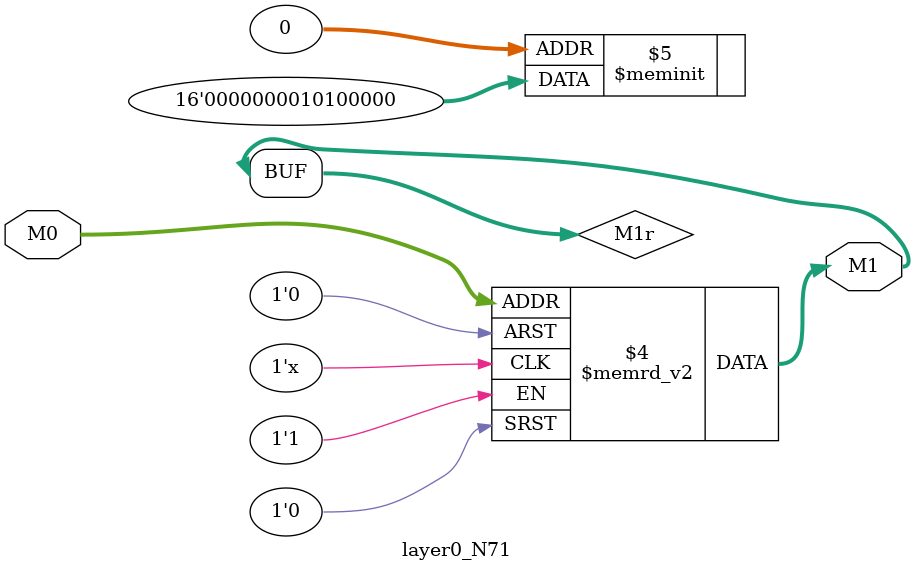
<source format=v>
module layer0_N71 ( input [2:0] M0, output [1:0] M1 );

	(*rom_style = "distributed" *) reg [1:0] M1r;
	assign M1 = M1r;
	always @ (M0) begin
		case (M0)
			3'b000: M1r = 2'b00;
			3'b100: M1r = 2'b00;
			3'b010: M1r = 2'b10;
			3'b110: M1r = 2'b00;
			3'b001: M1r = 2'b00;
			3'b101: M1r = 2'b00;
			3'b011: M1r = 2'b10;
			3'b111: M1r = 2'b00;

		endcase
	end
endmodule

</source>
